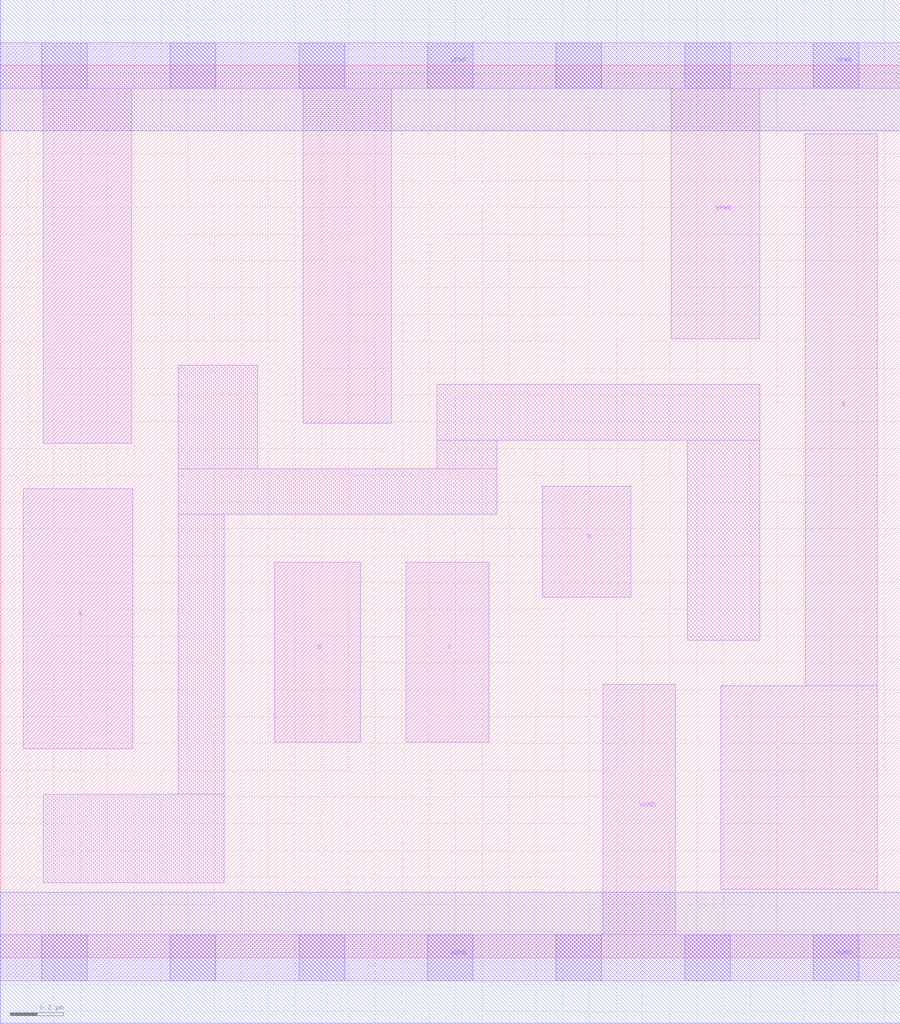
<source format=lef>
# Copyright 2020 The SkyWater PDK Authors
#
# Licensed under the Apache License, Version 2.0 (the "License");
# you may not use this file except in compliance with the License.
# You may obtain a copy of the License at
#
#     https://www.apache.org/licenses/LICENSE-2.0
#
# Unless required by applicable law or agreed to in writing, software
# distributed under the License is distributed on an "AS IS" BASIS,
# WITHOUT WARRANTIES OR CONDITIONS OF ANY KIND, either express or implied.
# See the License for the specific language governing permissions and
# limitations under the License.
#
# SPDX-License-Identifier: Apache-2.0

VERSION 5.7 ;
  NAMESCASESENSITIVE ON ;
  NOWIREEXTENSIONATPIN ON ;
  DIVIDERCHAR "/" ;
  BUSBITCHARS "[]" ;
UNITS
  DATABASE MICRONS 200 ;
END UNITS
MACRO sky130_fd_sc_lp__and4_1
  CLASS CORE ;
  SOURCE USER ;
  FOREIGN sky130_fd_sc_lp__and4_1 ;
  ORIGIN  0.000000  0.000000 ;
  SIZE  3.360000 BY  3.330000 ;
  SYMMETRY X Y R90 ;
  SITE unit ;
  PIN A
    ANTENNAGATEAREA  0.126000 ;
    DIRECTION INPUT ;
    USE SIGNAL ;
    PORT
      LAYER li1 ;
        RECT 0.085000 0.780000 0.495000 1.750000 ;
    END
  END A
  PIN B
    ANTENNAGATEAREA  0.126000 ;
    DIRECTION INPUT ;
    USE SIGNAL ;
    PORT
      LAYER li1 ;
        RECT 1.025000 0.805000 1.345000 1.475000 ;
    END
  END B
  PIN C
    ANTENNAGATEAREA  0.126000 ;
    DIRECTION INPUT ;
    USE SIGNAL ;
    PORT
      LAYER li1 ;
        RECT 1.515000 0.805000 1.825000 1.475000 ;
    END
  END C
  PIN D
    ANTENNAGATEAREA  0.126000 ;
    DIRECTION INPUT ;
    USE SIGNAL ;
    PORT
      LAYER li1 ;
        RECT 2.025000 1.345000 2.355000 1.760000 ;
    END
  END D
  PIN X
    ANTENNADIFFAREA  0.556500 ;
    DIRECTION OUTPUT ;
    USE SIGNAL ;
    PORT
      LAYER li1 ;
        RECT 2.690000 0.255000 3.275000 1.015000 ;
        RECT 3.005000 1.015000 3.275000 3.075000 ;
    END
  END X
  PIN VGND
    DIRECTION INOUT ;
    USE GROUND ;
    PORT
      LAYER li1 ;
        RECT 0.000000 -0.085000 3.360000 0.085000 ;
        RECT 2.250000  0.085000 2.520000 1.020000 ;
      LAYER mcon ;
        RECT 0.155000 -0.085000 0.325000 0.085000 ;
        RECT 0.635000 -0.085000 0.805000 0.085000 ;
        RECT 1.115000 -0.085000 1.285000 0.085000 ;
        RECT 1.595000 -0.085000 1.765000 0.085000 ;
        RECT 2.075000 -0.085000 2.245000 0.085000 ;
        RECT 2.555000 -0.085000 2.725000 0.085000 ;
        RECT 3.035000 -0.085000 3.205000 0.085000 ;
      LAYER met1 ;
        RECT 0.000000 -0.245000 3.360000 0.245000 ;
    END
  END VGND
  PIN VPWR
    DIRECTION INOUT ;
    USE POWER ;
    PORT
      LAYER li1 ;
        RECT 0.000000 3.245000 3.360000 3.415000 ;
        RECT 0.160000 1.920000 0.490000 3.245000 ;
        RECT 1.130000 1.995000 1.460000 3.245000 ;
        RECT 2.505000 2.310000 2.835000 3.245000 ;
      LAYER mcon ;
        RECT 0.155000 3.245000 0.325000 3.415000 ;
        RECT 0.635000 3.245000 0.805000 3.415000 ;
        RECT 1.115000 3.245000 1.285000 3.415000 ;
        RECT 1.595000 3.245000 1.765000 3.415000 ;
        RECT 2.075000 3.245000 2.245000 3.415000 ;
        RECT 2.555000 3.245000 2.725000 3.415000 ;
        RECT 3.035000 3.245000 3.205000 3.415000 ;
      LAYER met1 ;
        RECT 0.000000 3.085000 3.360000 3.575000 ;
    END
  END VPWR
  OBS
    LAYER li1 ;
      RECT 0.160000 0.280000 0.835000 0.610000 ;
      RECT 0.665000 0.610000 0.835000 1.655000 ;
      RECT 0.665000 1.655000 1.855000 1.825000 ;
      RECT 0.665000 1.825000 0.960000 2.210000 ;
      RECT 1.630000 1.825000 1.855000 1.930000 ;
      RECT 1.630000 1.930000 2.835000 2.140000 ;
      RECT 2.565000 1.185000 2.835000 1.930000 ;
  END
END sky130_fd_sc_lp__and4_1

</source>
